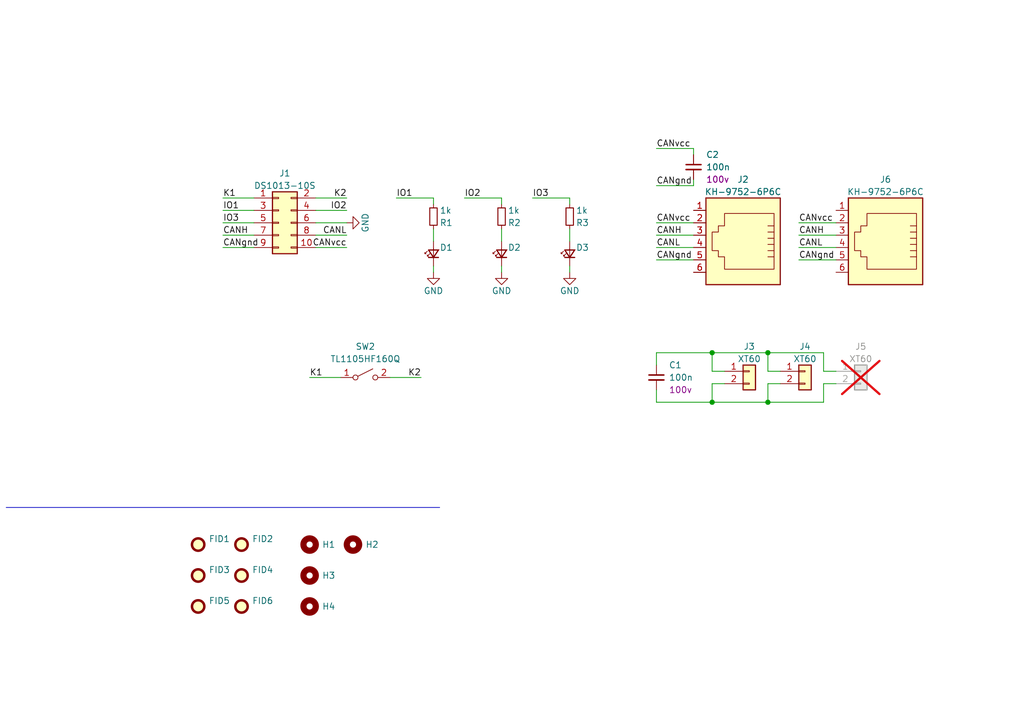
<source format=kicad_sch>
(kicad_sch (version 20230121) (generator eeschema)
  (paper "A5")
  (title_block (title "Communication panel board") (date "2023-06-23") (rev "0.1") (company "libreUPS") (comment 2 "MuratovAS"))
  (lib_symbols
    (symbol "Connector:RJ25" (pin_names (offset 1.016))
      (property "Reference" "J" (at -5.08 11.43 0))
      (property "Value" "RJ25" (at 2.54 11.43 0))
      (symbol "RJ25_0_1"
        (polyline (pts (xy -6.35 -1.905) (xy -5.08 -1.905) (xy -5.08 -1.905)))
        (polyline (pts (xy -6.35 -0.635) (xy -5.08 -0.635) (xy -5.08 -0.635)))
        (polyline (pts (xy -6.35 0.635) (xy -5.08 0.635) (xy -5.08 0.635)))
        (polyline (pts (xy -6.35 1.905) (xy -5.08 1.905) (xy -5.08 1.905)))
        (polyline (pts (xy -6.35 3.175) (xy -5.08 3.175) (xy -5.08 3.175)))
        (polyline (pts (xy -5.08 4.445) (xy -6.35 4.445) (xy -6.35 4.445)))
        (polyline (pts (xy -6.35 -4.445) (xy -6.35 6.985) (xy 3.81 6.985) (xy 3.81 4.445) (xy 5.08 4.445) (xy 5.08 3.175) (xy 6.35 3.175) (xy 6.35 -0.635) (xy 5.08 -0.635) (xy 5.08 -1.905) (xy 3.81 -1.905) (xy 3.81 -4.445) (xy -6.35 -4.445) (xy -6.35 -4.445)))
        (rectangle (start 7.62 10.16) (end -7.62 -7.62) (stroke (width 0.254)) (fill (type background)))
      )
      (symbol "RJ25_1_1"
        (pin passive line (at 10.16 -5.08 180) (length 2.54) (name "~") (number "1"))
        (pin passive line (at 10.16 -2.54 180) (length 2.54) (name "~") (number "2"))
        (pin passive line (at 10.16 0 180) (length 2.54) (name "~") (number "3"))
        (pin passive line (at 10.16 2.54 180) (length 2.54) (name "~") (number "4"))
        (pin passive line (at 10.16 5.08 180) (length 2.54) (name "~") (number "5"))
        (pin passive line (at 10.16 7.62 180) (length 2.54) (name "~") (number "6"))
      )
    )
    (symbol "Connector_Generic:Conn_02x05_Odd_Even" (pin_names (offset 1.016) hide)
      (property "Reference" "J" (at 1.27 7.62 0))
      (property "Value" "Conn_02x05_Odd_Even" (at 1.27 -7.62 0))
      (symbol "Conn_02x05_Odd_Even_1_1"
        (rectangle (start -1.27 -4.953) (end 0 -5.207) (stroke (width 0.1524)))
        (rectangle (start -1.27 -2.413) (end 0 -2.667) (stroke (width 0.1524)))
        (rectangle (start -1.27 0.127) (end 0 -0.127) (stroke (width 0.1524)))
        (rectangle (start -1.27 2.667) (end 0 2.413) (stroke (width 0.1524)))
        (rectangle (start -1.27 5.207) (end 0 4.953) (stroke (width 0.1524)))
        (rectangle (start -1.27 6.35) (end 3.81 -6.35) (stroke (width 0.254)) (fill (type background)))
        (rectangle (start 3.81 -4.953) (end 2.54 -5.207) (stroke (width 0.1524)))
        (rectangle (start 3.81 -2.413) (end 2.54 -2.667) (stroke (width 0.1524)))
        (rectangle (start 3.81 0.127) (end 2.54 -0.127) (stroke (width 0.1524)))
        (rectangle (start 3.81 2.667) (end 2.54 2.413) (stroke (width 0.1524)))
        (rectangle (start 3.81 5.207) (end 2.54 4.953) (stroke (width 0.1524)))
        (pin passive line (at -5.08 5.08 0) (length 3.81) (name "Pin_1") (number "1"))
        (pin passive line (at 7.62 -5.08 180) (length 3.81) (name "Pin_10") (number "10"))
        (pin passive line (at 7.62 5.08 180) (length 3.81) (name "Pin_2") (number "2"))
        (pin passive line (at -5.08 2.54 0) (length 3.81) (name "Pin_3") (number "3"))
        (pin passive line (at 7.62 2.54 180) (length 3.81) (name "Pin_4") (number "4"))
        (pin passive line (at -5.08 0 0) (length 3.81) (name "Pin_5") (number "5"))
        (pin passive line (at 7.62 0 180) (length 3.81) (name "Pin_6") (number "6"))
        (pin passive line (at -5.08 -2.54 0) (length 3.81) (name "Pin_7") (number "7"))
        (pin passive line (at 7.62 -2.54 180) (length 3.81) (name "Pin_8") (number "8"))
        (pin passive line (at -5.08 -5.08 0) (length 3.81) (name "Pin_9") (number "9"))
      )
    )
    (symbol "Device:C_Small" (pin_numbers hide) (pin_names (offset 0.254) hide)
      (property "Reference" "C" (at 0.254 1.778 0))
      (property "Value" "C_Small" (at 0.254 -2.032 0))
      (symbol "C_Small_0_1"
        (polyline (pts (xy -1.524 -0.508) (xy 1.524 -0.508)) (stroke (width 0.3302)))
        (polyline (pts (xy -1.524 0.508) (xy 1.524 0.508)) (stroke (width 0.3048)))
      )
      (symbol "C_Small_1_1"
        (pin passive line (at 0 2.54 270) (length 2.032) (name "~") (number "1"))
        (pin passive line (at 0 -2.54 90) (length 2.032) (name "~") (number "2"))
      )
    )
    (symbol "Device:LED_Small" (pin_numbers hide) (pin_names (offset 0.254) hide)
      (property "Reference" "D" (at -1.27 3.175 0))
      (property "Value" "LED_Small" (at -4.445 -2.54 0))
      (symbol "LED_Small_0_1"
        (polyline (pts (xy -0.762 -1.016) (xy -0.762 1.016)) (stroke (width 0.254)))
        (polyline (pts (xy 1.016 0) (xy -0.762 0)))
        (polyline (pts (xy 0.762 -1.016) (xy -0.762 0) (xy 0.762 1.016) (xy 0.762 -1.016)) (stroke (width 0.254)))
        (polyline (pts (xy 0 0.762) (xy -0.508 1.27) (xy -0.254 1.27) (xy -0.508 1.27) (xy -0.508 1.016)))
        (polyline (pts (xy 0.508 1.27) (xy 0 1.778) (xy 0.254 1.778) (xy 0 1.778) (xy 0 1.524)))
      )
      (symbol "LED_Small_1_1"
        (pin passive line (at -2.54 0 0) (length 1.778) (name "K") (number "1"))
        (pin passive line (at 2.54 0 180) (length 1.778) (name "A") (number "2"))
      )
    )
    (symbol "Device:R_Small" (pin_numbers hide) (pin_names (offset 0.254) hide)
      (property "Reference" "R" (at 0.762 0.508 0))
      (property "Value" "R_Small" (at 0.762 -1.016 0))
      (symbol "R_Small_0_1"
        (rectangle (start -0.762 1.778) (end 0.762 -1.778) (stroke (width 0.2032)))
      )
      (symbol "R_Small_1_1"
        (pin passive line (at 0 2.54 270) (length 0.762) (name "~") (number "1"))
        (pin passive line (at 0 -2.54 90) (length 0.762) (name "~") (number "2"))
      )
    )
    (symbol "MAS_Connectors:XT60" (pin_names (offset 1.016))
      (property "Reference" "J" (at -0.127 3.81 0))
      (property "Value" "XT60" (at -11.43 -3.81 0))
      (symbol "XT60_1_1"
        (rectangle (start -1.27 -1.143) (end 0 -1.397) (stroke (width 0.1524)))
        (rectangle (start -1.27 1.397) (end 0 1.143) (stroke (width 0.1524)))
        (rectangle (start -1.27 2.54) (end 1.27 -2.54) (stroke (width 0.254)) (fill (type background)))
        (pin passive line (at -5.08 1.27 0) (length 3.81) (name "~") (number "1"))
        (pin passive line (at -5.08 -1.27 0) (length 3.81) (name "~") (number "2"))
      )
    )
    (symbol "Mechanical:Fiducial"
      (property "Reference" "FID" (at 0 5.08 0))
      (property "Value" "Fiducial" (at 0 3.175 0))
      (symbol "Fiducial_0_1"
        (circle (center 0 0) (radius 1.27) (stroke (width 0.508)) (fill (type background)))
      )
    )
    (symbol "Mechanical:MountingHole" (pin_names (offset 1.016))
      (property "Reference" "H" (at 0 5.08 0))
      (property "Value" "MountingHole" (at 0 3.175 0))
      (symbol "MountingHole_0_1"
        (circle (center 0 0) (radius 1.27) (stroke (width 1.27)))
      )
    )
    (symbol "Switch:SW_SPST" (pin_names (offset 0) hide)
      (property "Reference" "SW" (at 0 3.175 0))
      (property "Value" "SW_SPST" (at 0 -2.54 0))
      (symbol "SW_SPST_0_0"
        (circle (center -2.032 0) (radius 0.508))
        (polyline (pts (xy -1.524 0.254) (xy 1.524 1.778)))
        (circle (center 2.032 0) (radius 0.508))
      )
      (symbol "SW_SPST_1_1"
        (pin passive line (at -5.08 0 0) (length 2.54) (name "A") (number "1"))
        (pin passive line (at 5.08 0 180) (length 2.54) (name "B") (number "2"))
      )
    )
    (symbol "power:GND" (power) (pin_names (offset 0))
      (property "Value" "GND" (at 0 -3.81 0))
      (symbol "GND_0_1"
        (polyline (pts (xy 0 0) (xy 0 -1.27) (xy 1.27 -1.27) (xy 0 -2.54) (xy -1.27 -1.27) (xy 0 -1.27)))
      )
      (symbol "GND_1_1"
        (pin power_in line (at 0 0 270) (length 0) hide (name "GND") (number "1"))
      )
    )
  )
  (junction (at 157.48 72.39))
  (junction (at 157.48 82.55))
  (junction (at 146.05 82.55))
  (junction (at 146.05 72.39))
  (wire (pts (xy 134.62 53.34) (xy 142.24 53.34)))
  (wire (pts (xy 142.24 36.83) (xy 142.24 38.1)))
  (wire (pts (xy 160.02 78.74) (xy 157.48 78.74)))
  (wire (pts (xy 45.72 50.8) (xy 52.07 50.8)))
  (wire (pts (xy 95.25 40.64) (xy 102.87 40.64)))
  (wire (pts (xy 168.91 78.74) (xy 171.45 78.74)))
  (polyline (pts (xy 90.17 104.14) (xy 1.27 104.14)))
  (wire (pts (xy 148.59 76.2) (xy 146.05 76.2)))
  (wire (pts (xy 134.62 48.26) (xy 142.24 48.26)))
  (wire (pts (xy 64.77 45.72) (xy 71.12 45.72)))
  (wire (pts (xy 45.72 40.64) (xy 52.07 40.64)))
  (wire (pts (xy 163.83 53.34) (xy 171.45 53.34)))
  (wire (pts (xy 168.91 82.55) (xy 168.91 78.74)))
  (wire (pts (xy 168.91 72.39) (xy 168.91 76.2)))
  (wire (pts (xy 142.24 30.48) (xy 142.24 31.75)))
  (wire (pts (xy 88.9 41.91) (xy 88.9 40.64)))
  (wire (pts (xy 148.59 78.74) (xy 146.05 78.74)))
  (wire (pts (xy 116.84 46.99) (xy 116.84 49.53)))
  (wire (pts (xy 163.83 48.26) (xy 171.45 48.26)))
  (wire (pts (xy 157.48 78.74) (xy 157.48 82.55)))
  (wire (pts (xy 81.28 40.64) (xy 88.9 40.64)))
  (wire (pts (xy 64.77 50.8) (xy 71.12 50.8)))
  (wire (pts (xy 45.72 48.26) (xy 52.07 48.26)))
  (wire (pts (xy 134.62 82.55) (xy 134.62 80.01)))
  (wire (pts (xy 134.62 45.72) (xy 142.24 45.72)))
  (wire (pts (xy 86.36 77.47) (xy 80.01 77.47)))
  (wire (pts (xy 88.9 54.61) (xy 88.9 55.88)))
  (wire (pts (xy 71.12 40.64) (xy 64.77 40.64)))
  (wire (pts (xy 134.62 30.48) (xy 142.24 30.48)))
  (wire (pts (xy 163.83 50.8) (xy 171.45 50.8)))
  (wire (pts (xy 45.72 45.72) (xy 52.07 45.72)))
  (wire (pts (xy 146.05 82.55) (xy 157.48 82.55)))
  (wire (pts (xy 168.91 76.2) (xy 171.45 76.2)))
  (wire (pts (xy 71.12 48.26) (xy 64.77 48.26)))
  (wire (pts (xy 116.84 54.61) (xy 116.84 55.88)))
  (wire (pts (xy 134.62 38.1) (xy 142.24 38.1)))
  (wire (pts (xy 146.05 72.39) (xy 157.48 72.39)))
  (wire (pts (xy 102.87 54.61) (xy 102.87 55.88)))
  (wire (pts (xy 134.62 74.93) (xy 134.62 72.39)))
  (wire (pts (xy 134.62 82.55) (xy 146.05 82.55)))
  (wire (pts (xy 146.05 78.74) (xy 146.05 82.55)))
  (wire (pts (xy 160.02 76.2) (xy 157.48 76.2)))
  (wire (pts (xy 88.9 46.99) (xy 88.9 49.53)))
  (wire (pts (xy 157.48 72.39) (xy 168.91 72.39)))
  (wire (pts (xy 102.87 46.99) (xy 102.87 49.53)))
  (wire (pts (xy 134.62 50.8) (xy 142.24 50.8)))
  (wire (pts (xy 116.84 41.91) (xy 116.84 40.64)))
  (wire (pts (xy 52.07 43.18) (xy 45.72 43.18)))
  (wire (pts (xy 163.83 45.72) (xy 171.45 45.72)))
  (wire (pts (xy 64.77 43.18) (xy 71.12 43.18)))
  (wire (pts (xy 157.48 82.55) (xy 168.91 82.55)))
  (wire (pts (xy 146.05 76.2) (xy 146.05 72.39)))
  (wire (pts (xy 109.22 40.64) (xy 116.84 40.64)))
  (wire (pts (xy 134.62 72.39) (xy 146.05 72.39)))
  (wire (pts (xy 63.5 77.47) (xy 69.85 77.47)))
  (wire (pts (xy 157.48 76.2) (xy 157.48 72.39)))
  (wire (pts (xy 102.87 41.91) (xy 102.87 40.64)))
  (label "K1" (at 45.72 40.64 0))
  (label "IO1" (at 81.28 40.64 0))
  (label "CANH" (at 134.62 48.26 0))
  (label "CANL" (at 134.62 50.8 0))
  (label "CANvcc" (at 134.62 45.72 0))
  (label "K2" (at 71.12 40.64 180))
  (label "CANgnd" (at 45.72 50.8 0))
  (label "CANgnd" (at 134.62 38.1 0))
  (label "IO2" (at 71.12 43.18 180))
  (label "CANvcc" (at 134.62 30.48 0))
  (label "CANL" (at 71.12 48.26 180))
  (label "K1" (at 63.5 77.47 0))
  (label "CANgnd" (at 134.62 53.34 0))
  (label "IO2" (at 95.25 40.64 0))
  (label "CANL" (at 163.83 50.8 0))
  (label "IO1" (at 45.72 43.18 0))
  (label "IO3" (at 109.22 40.64 0))
  (label "K2" (at 86.36 77.47 180))
  (label "CANgnd" (at 163.83 53.34 0))
  (label "CANH" (at 163.83 48.26 0))
  (label "IO3" (at 45.72 45.72 0))
  (label "CANH" (at 45.72 48.26 0))
  (label "CANvcc" (at 71.12 50.8 180))
  (label "CANvcc" (at 163.83 45.72 0))
  (symbol (lib_id "Device:LED_Small") (at 102.87 52.07 90) (unit 1)
    (property "Reference" "D2" (at 104.14 50.8 90) (effects (justify right)))
    (property "Value" "204-10UYD(Y)" (effects hide))
    (property "Footprint" "LED_THT:LED_D3.0mm" (effects hide))
    (property "Datasheet" "http://www.everlight.com/file/ProductFile/IR204-A.pdf" (effects hide))
    (property "lcsc" "C85160" (effects hide))
  )
  (symbol (lib_id "Device:LED_Small") (at 116.84 52.07 90) (unit 1)
    (property "Reference" "D3" (at 118.11 50.8 90) (effects (justify right)))
    (property "Value" "204-10SURD(R)" (effects hide))
    (property "Footprint" "LED_THT:LED_D3.0mm" (effects hide))
    (property "Datasheet" "http://www.everlight.com/file/ProductFile/IR204-A.pdf" (effects hide))
    (property "lcsc" "C99772" (effects hide))
  )
  (symbol (lib_id "power:GND") (at 102.87 55.88 0) (unit 1)
    (property "Reference" "#PWR042" (effects hide))
    (property "Value" "GND" (at 102.87 59.69 0))
  )
  (symbol (lib_id "Switch:SW_SPST") (at 74.93 77.47 0) (unit 1)
    (property "Reference" "SW2" (at 74.93 71.12 0))
    (property "Value" "TL1105HF160Q" (at 74.93 73.66 0))
    (property "Footprint" "Button_Switch_THT:SW_PUSH_6mm_H13mm" (effects hide))
    (property "lcsc" "C273475" (effects hide))
  )
  (symbol (lib_id "Device:R_Small") (at 88.9 44.45 180) (unit 1)
    (property "Reference" "R1" (at 90.17 45.72 0) (effects (justify right)))
    (property "Value" "1k" (at 90.17 43.18 0) (effects (justify right)))
    (property "Footprint" "Resistor_SMD:R_0603_1608Metric" (effects hide))
    (property "lcsc" "C21190" (effects hide))
    (property "Coefficient" "1%" (effects hide))
  )
  (symbol (lib_id "Mechanical:Fiducial") (at 40.64 111.76 0) (unit 1) (in_bom no)
    (property "Reference" "FID1" (at 42.799 110.5916 0) (effects (justify left)))
    (property "Value" "F" (effects hide))
    (property "Footprint" "Fiducial:Fiducial_1mm_Mask3mm" (effects hide))
  )
  (symbol (lib_id "Mechanical:Fiducial") (at 49.53 124.46 0) (unit 1) (in_bom no)
    (property "Reference" "FID6" (at 51.689 123.2916 0) (effects (justify left)))
    (property "Value" "F" (effects hide))
    (property "Footprint" "Fiducial:Fiducial_1mm_Mask3mm" (effects hide))
  )
  (symbol (lib_id "Mechanical:Fiducial") (at 40.64 118.11 0) (unit 1) (in_bom no)
    (property "Reference" "FID3" (at 42.799 116.9416 0) (effects (justify left)))
    (property "Value" "F" (effects hide))
    (property "Footprint" "Fiducial:Fiducial_1mm_Mask3mm" (effects hide))
  )
  (symbol (lib_id "Device:C_Small") (at 142.24 34.29 0) (unit 1)
    (property "Reference" "C2" (at 144.78 31.75 0) (effects (justify left)))
    (property "Value" "100n" (at 144.78 34.29 0) (effects (justify left)))
    (property "Footprint" "Capacitor_SMD:C_1206_3216Metric" (effects hide))
    (property "lcsc" "C5137650" (effects hide))
    (property "Coefficient" "X7R" (effects hide))
    (property "Voltage" "100v" (at 144.78 36.83 0) (effects (justify left)))
  )
  (symbol (lib_id "Mechanical:MountingHole") (at 63.5 111.76 0) (unit 1) (in_bom no)
    (property "Reference" "H1" (at 66.04 111.76 0) (effects (justify left)))
    (property "Value" "H" (effects hide))
    (property "Footprint" "MountingHole:MountingHole_3.2mm_M3_DIN965_Pad" (effects hide))
  )
  (symbol (lib_id "Device:R_Small") (at 102.87 44.45 180) (unit 1)
    (property "Reference" "R2" (at 104.14 45.72 0) (effects (justify right)))
    (property "Value" "1k" (at 104.14 43.18 0) (effects (justify right)))
    (property "Footprint" "Resistor_SMD:R_0603_1608Metric" (effects hide))
    (property "lcsc" "C21190" (effects hide))
    (property "Coefficient" "1%" (effects hide))
  )
  (symbol (lib_id "MAS_Connectors:XT60") (at 165.1 77.47 0) (unit 1)
    (property "Reference" "J4" (at 165.1 71.12 0))
    (property "Value" "XT60" (at 165.1 73.66 0))
    (property "Footprint" "MAS_Package_nostd:AMASS_XT60-M_1x02_P7.20mm_Vertical" (effects hide))
    (property "Datasheet" "https://eu.mouser.com/ProductDetail/SparkFun/PRT-10474?qs=WyAARYrbSnYJaRDMiD9g2w%3D%3D" (effects hide))
  )
  (symbol (lib_id "power:GND") (at 116.84 55.88 0) (unit 1)
    (property "Reference" "#PWR041" (effects hide))
    (property "Value" "GND" (at 116.84 59.69 0))
  )
  (symbol (lib_id "power:GND") (at 88.9 55.88 0) (unit 1)
    (property "Reference" "#PWR01" (effects hide))
    (property "Value" "GND" (at 88.9 59.69 0))
  )
  (symbol (lib_id "Connector:RJ25") (at 152.4 48.26 180) (unit 1)
    (property "Reference" "J2" (at 152.4 36.83 0))
    (property "Value" "KH-9752-6P6C" (at 152.4 39.37 0))
    (property "Footprint" "MAS_Package_std:RJ12_Vertical" (effects hide))
    (property "lcsc" "C2683356" (effects hide))
  )
  (symbol (lib_id "MAS_Connectors:XT60") (at 153.67 77.47 0) (unit 1)
    (property "Reference" "J3" (at 153.67 71.12 0))
    (property "Value" "XT60" (at 153.67 73.66 0))
    (property "Footprint" "MAS_Package_nostd:AMASS_XT60-F_1x02_P7.20mm_Vertical" (effects hide))
    (property "Datasheet" "https://eu.mouser.com/ProductDetail/SparkFun/PRT-10474?qs=WyAARYrbSnYJaRDMiD9g2w%3D%3D" (effects hide))
  )
  (symbol (lib_id "MAS_Connectors:XT60") (at 176.53 77.47 0) (unit 1) (dnp yes)
    (property "Reference" "J5" (at 176.53 71.12 0))
    (property "Value" "XT60" (at 176.53 73.66 0))
    (property "Footprint" "MAS_Package_nostd:AMASS_XT60-F_1x02_P7.20mm_Vertical" (effects hide))
    (property "Datasheet" "https://eu.mouser.com/ProductDetail/SparkFun/PRT-10474?qs=WyAARYrbSnYJaRDMiD9g2w%3D%3D" (effects hide))
  )
  (symbol (lib_id "Mechanical:MountingHole") (at 63.5 124.46 0) (unit 1) (in_bom no)
    (property "Reference" "H4" (at 66.04 124.46 0) (effects (justify left)))
    (property "Value" "H" (effects hide))
    (property "Footprint" "MountingHole:MountingHole_3.2mm_M3_DIN965_Pad" (effects hide))
  )
  (symbol (lib_id "Mechanical:Fiducial") (at 40.64 124.46 0) (unit 1) (in_bom no)
    (property "Reference" "FID5" (at 42.799 123.2916 0) (effects (justify left)))
    (property "Value" "F" (effects hide))
    (property "Footprint" "Fiducial:Fiducial_1mm_Mask3mm" (effects hide))
  )
  (symbol (lib_id "Mechanical:Fiducial") (at 49.53 118.11 0) (unit 1) (in_bom no)
    (property "Reference" "FID4" (at 51.689 116.9416 0) (effects (justify left)))
    (property "Value" "F" (effects hide))
    (property "Footprint" "Fiducial:Fiducial_1mm_Mask3mm" (effects hide))
  )
  (symbol (lib_id "Connector_Generic:Conn_02x05_Odd_Even") (at 57.15 45.72 0) (unit 1)
    (property "Reference" "J1" (at 58.42 35.56 0))
    (property "Value" "DS1013-10S" (at 58.42 38.1 0))
    (property "Footprint" "Connector_IDC:IDC-Header_2x05_P2.54mm_Vertical" (effects hide))
    (property "chipdip" "62904" (effects hide))
    (property "lcsc" "C429962" (effects hide))
  )
  (symbol (lib_id "Connector:RJ25") (at 181.61 48.26 180) (unit 1)
    (property "Reference" "J6" (at 181.61 36.83 0))
    (property "Value" "KH-9752-6P6C" (at 181.61 39.37 0))
    (property "Footprint" "MAS_Package_std:RJ12_Vertical" (effects hide))
    (property "lcsc" "C2683356" (effects hide))
  )
  (symbol (lib_id "Device:C_Small") (at 134.62 77.47 0) (unit 1)
    (property "Reference" "C1" (at 137.16 74.93 0) (effects (justify left)))
    (property "Value" "100n" (at 137.16 77.47 0) (effects (justify left)))
    (property "Footprint" "Capacitor_SMD:C_1206_3216Metric" (effects hide))
    (property "lcsc" "C5137650" (effects hide))
    (property "Coefficient" "X7R" (effects hide))
    (property "Voltage" "100v" (at 137.16 80.01 0) (effects (justify left)))
  )
  (symbol (lib_id "Device:R_Small") (at 116.84 44.45 180) (unit 1)
    (property "Reference" "R3" (at 118.11 45.72 0) (effects (justify right)))
    (property "Value" "1k" (at 118.11 43.18 0) (effects (justify right)))
    (property "Footprint" "Resistor_SMD:R_0603_1608Metric" (effects hide))
    (property "lcsc" "C21190" (effects hide))
    (property "Coefficient" "1%" (effects hide))
  )
  (symbol (lib_id "Mechanical:MountingHole") (at 72.39 111.76 0) (unit 1) (in_bom no)
    (property "Reference" "H2" (at 74.93 111.76 0) (effects (justify left)))
    (property "Value" "H" (effects hide))
    (property "Footprint" "MountingHole:MountingHole_3.2mm_M3_DIN965_Pad" (effects hide))
  )
  (symbol (lib_id "Device:LED_Small") (at 88.9 52.07 90) (unit 1)
    (property "Reference" "D1" (at 90.17 50.8 90) (effects (justify right)))
    (property "Value" "204-10SUGD(E)" (effects hide))
    (property "Footprint" "LED_THT:LED_D3.0mm" (effects hide))
    (property "Datasheet" "http://www.everlight.com/file/ProductFile/IR204-A.pdf" (effects hide))
    (property "lcsc" "C183839" (effects hide))
  )
  (symbol (lib_id "power:GND") (at 71.12 45.72 90) (unit 1)
    (property "Reference" "#PWR040" (effects hide))
    (property "Value" "GND" (at 74.93 45.72 0))
  )
  (symbol (lib_id "Mechanical:MountingHole") (at 63.5 118.11 0) (unit 1) (in_bom no)
    (property "Reference" "H3" (at 66.04 118.11 0) (effects (justify left)))
    (property "Value" "H" (effects hide))
    (property "Footprint" "MountingHole:MountingHole_3.2mm_M3_DIN965_Pad" (effects hide))
  )
  (symbol (lib_id "Mechanical:Fiducial") (at 49.53 111.76 0) (unit 1) (in_bom no)
    (property "Reference" "FID2" (at 51.689 110.5916 0) (effects (justify left)))
    (property "Value" "F" (effects hide))
    (property "Footprint" "Fiducial:Fiducial_1mm_Mask3mm" (effects hide))
  )
)
</source>
